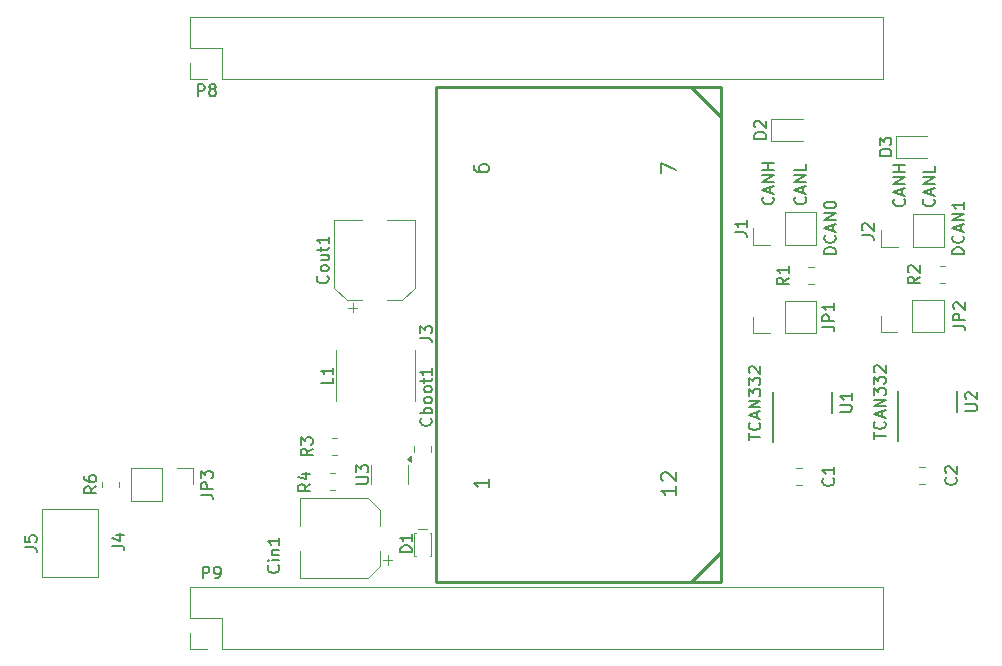
<source format=gbr>
%TF.GenerationSoftware,KiCad,Pcbnew,9.0.4*%
%TF.CreationDate,2026-02-21T19:48:22-06:00*%
%TF.ProjectId,beaglebone_can_cape,62656167-6c65-4626-9f6e-655f63616e5f,rev?*%
%TF.SameCoordinates,PX5f5e100PY5f5e100*%
%TF.FileFunction,Legend,Top*%
%TF.FilePolarity,Positive*%
%FSLAX46Y46*%
G04 Gerber Fmt 4.6, Leading zero omitted, Abs format (unit mm)*
G04 Created by KiCad (PCBNEW 9.0.4) date 2026-02-21 19:48:22*
%MOMM*%
%LPD*%
G01*
G04 APERTURE LIST*
%ADD10C,0.153000*%
%ADD11C,0.120000*%
%ADD12C,0.254000*%
%ADD13C,0.100000*%
%ADD14C,0.200000*%
G04 APERTURE END LIST*
D10*
X81224424Y38650181D02*
X81272044Y38602562D01*
X81272044Y38602562D02*
X81319663Y38459705D01*
X81319663Y38459705D02*
X81319663Y38364467D01*
X81319663Y38364467D02*
X81272044Y38221610D01*
X81272044Y38221610D02*
X81176805Y38126372D01*
X81176805Y38126372D02*
X81081567Y38078753D01*
X81081567Y38078753D02*
X80891091Y38031134D01*
X80891091Y38031134D02*
X80748234Y38031134D01*
X80748234Y38031134D02*
X80557758Y38078753D01*
X80557758Y38078753D02*
X80462520Y38126372D01*
X80462520Y38126372D02*
X80367282Y38221610D01*
X80367282Y38221610D02*
X80319663Y38364467D01*
X80319663Y38364467D02*
X80319663Y38459705D01*
X80319663Y38459705D02*
X80367282Y38602562D01*
X80367282Y38602562D02*
X80414901Y38650181D01*
X81033948Y39031134D02*
X81033948Y39507324D01*
X81319663Y38935896D02*
X80319663Y39269229D01*
X80319663Y39269229D02*
X81319663Y39602562D01*
X81319663Y39935896D02*
X80319663Y39935896D01*
X80319663Y39935896D02*
X81319663Y40507324D01*
X81319663Y40507324D02*
X80319663Y40507324D01*
X81319663Y41459705D02*
X81319663Y40983515D01*
X81319663Y40983515D02*
X80319663Y40983515D01*
X83804663Y33988753D02*
X82804663Y33988753D01*
X82804663Y33988753D02*
X82804663Y34226848D01*
X82804663Y34226848D02*
X82852282Y34369705D01*
X82852282Y34369705D02*
X82947520Y34464943D01*
X82947520Y34464943D02*
X83042758Y34512562D01*
X83042758Y34512562D02*
X83233234Y34560181D01*
X83233234Y34560181D02*
X83376091Y34560181D01*
X83376091Y34560181D02*
X83566567Y34512562D01*
X83566567Y34512562D02*
X83661805Y34464943D01*
X83661805Y34464943D02*
X83757044Y34369705D01*
X83757044Y34369705D02*
X83804663Y34226848D01*
X83804663Y34226848D02*
X83804663Y33988753D01*
X83709424Y35560181D02*
X83757044Y35512562D01*
X83757044Y35512562D02*
X83804663Y35369705D01*
X83804663Y35369705D02*
X83804663Y35274467D01*
X83804663Y35274467D02*
X83757044Y35131610D01*
X83757044Y35131610D02*
X83661805Y35036372D01*
X83661805Y35036372D02*
X83566567Y34988753D01*
X83566567Y34988753D02*
X83376091Y34941134D01*
X83376091Y34941134D02*
X83233234Y34941134D01*
X83233234Y34941134D02*
X83042758Y34988753D01*
X83042758Y34988753D02*
X82947520Y35036372D01*
X82947520Y35036372D02*
X82852282Y35131610D01*
X82852282Y35131610D02*
X82804663Y35274467D01*
X82804663Y35274467D02*
X82804663Y35369705D01*
X82804663Y35369705D02*
X82852282Y35512562D01*
X82852282Y35512562D02*
X82899901Y35560181D01*
X83518948Y35941134D02*
X83518948Y36417324D01*
X83804663Y35845896D02*
X82804663Y36179229D01*
X82804663Y36179229D02*
X83804663Y36512562D01*
X83804663Y36845896D02*
X82804663Y36845896D01*
X82804663Y36845896D02*
X83804663Y37417324D01*
X83804663Y37417324D02*
X82804663Y37417324D01*
X83804663Y38417324D02*
X83804663Y37845896D01*
X83804663Y38131610D02*
X82804663Y38131610D01*
X82804663Y38131610D02*
X82947520Y38036372D01*
X82947520Y38036372D02*
X83042758Y37941134D01*
X83042758Y37941134D02*
X83090377Y37845896D01*
X72959663Y34013755D02*
X71959663Y34013755D01*
X71959663Y34013755D02*
X71959663Y34251850D01*
X71959663Y34251850D02*
X72007282Y34394707D01*
X72007282Y34394707D02*
X72102520Y34489945D01*
X72102520Y34489945D02*
X72197758Y34537564D01*
X72197758Y34537564D02*
X72388234Y34585183D01*
X72388234Y34585183D02*
X72531091Y34585183D01*
X72531091Y34585183D02*
X72721567Y34537564D01*
X72721567Y34537564D02*
X72816805Y34489945D01*
X72816805Y34489945D02*
X72912044Y34394707D01*
X72912044Y34394707D02*
X72959663Y34251850D01*
X72959663Y34251850D02*
X72959663Y34013755D01*
X72864424Y35585183D02*
X72912044Y35537564D01*
X72912044Y35537564D02*
X72959663Y35394707D01*
X72959663Y35394707D02*
X72959663Y35299469D01*
X72959663Y35299469D02*
X72912044Y35156612D01*
X72912044Y35156612D02*
X72816805Y35061374D01*
X72816805Y35061374D02*
X72721567Y35013755D01*
X72721567Y35013755D02*
X72531091Y34966136D01*
X72531091Y34966136D02*
X72388234Y34966136D01*
X72388234Y34966136D02*
X72197758Y35013755D01*
X72197758Y35013755D02*
X72102520Y35061374D01*
X72102520Y35061374D02*
X72007282Y35156612D01*
X72007282Y35156612D02*
X71959663Y35299469D01*
X71959663Y35299469D02*
X71959663Y35394707D01*
X71959663Y35394707D02*
X72007282Y35537564D01*
X72007282Y35537564D02*
X72054901Y35585183D01*
X72673948Y35966136D02*
X72673948Y36442326D01*
X72959663Y35870898D02*
X71959663Y36204231D01*
X71959663Y36204231D02*
X72959663Y36537564D01*
X72959663Y36870898D02*
X71959663Y36870898D01*
X71959663Y36870898D02*
X72959663Y37442326D01*
X72959663Y37442326D02*
X71959663Y37442326D01*
X71959663Y38108993D02*
X71959663Y38204231D01*
X71959663Y38204231D02*
X72007282Y38299469D01*
X72007282Y38299469D02*
X72054901Y38347088D01*
X72054901Y38347088D02*
X72150139Y38394707D01*
X72150139Y38394707D02*
X72340615Y38442326D01*
X72340615Y38442326D02*
X72578710Y38442326D01*
X72578710Y38442326D02*
X72769186Y38394707D01*
X72769186Y38394707D02*
X72864424Y38347088D01*
X72864424Y38347088D02*
X72912044Y38299469D01*
X72912044Y38299469D02*
X72959663Y38204231D01*
X72959663Y38204231D02*
X72959663Y38108993D01*
X72959663Y38108993D02*
X72912044Y38013755D01*
X72912044Y38013755D02*
X72864424Y37966136D01*
X72864424Y37966136D02*
X72769186Y37918517D01*
X72769186Y37918517D02*
X72578710Y37870898D01*
X72578710Y37870898D02*
X72340615Y37870898D01*
X72340615Y37870898D02*
X72150139Y37918517D01*
X72150139Y37918517D02*
X72054901Y37966136D01*
X72054901Y37966136D02*
X72007282Y38013755D01*
X72007282Y38013755D02*
X71959663Y38108993D01*
X67604424Y38825183D02*
X67652044Y38777564D01*
X67652044Y38777564D02*
X67699663Y38634707D01*
X67699663Y38634707D02*
X67699663Y38539469D01*
X67699663Y38539469D02*
X67652044Y38396612D01*
X67652044Y38396612D02*
X67556805Y38301374D01*
X67556805Y38301374D02*
X67461567Y38253755D01*
X67461567Y38253755D02*
X67271091Y38206136D01*
X67271091Y38206136D02*
X67128234Y38206136D01*
X67128234Y38206136D02*
X66937758Y38253755D01*
X66937758Y38253755D02*
X66842520Y38301374D01*
X66842520Y38301374D02*
X66747282Y38396612D01*
X66747282Y38396612D02*
X66699663Y38539469D01*
X66699663Y38539469D02*
X66699663Y38634707D01*
X66699663Y38634707D02*
X66747282Y38777564D01*
X66747282Y38777564D02*
X66794901Y38825183D01*
X67413948Y39206136D02*
X67413948Y39682326D01*
X67699663Y39110898D02*
X66699663Y39444231D01*
X66699663Y39444231D02*
X67699663Y39777564D01*
X67699663Y40110898D02*
X66699663Y40110898D01*
X66699663Y40110898D02*
X67699663Y40682326D01*
X67699663Y40682326D02*
X66699663Y40682326D01*
X67699663Y41158517D02*
X66699663Y41158517D01*
X67175853Y41158517D02*
X67175853Y41729945D01*
X67699663Y41729945D02*
X66699663Y41729945D01*
X78724424Y38650181D02*
X78772044Y38602562D01*
X78772044Y38602562D02*
X78819663Y38459705D01*
X78819663Y38459705D02*
X78819663Y38364467D01*
X78819663Y38364467D02*
X78772044Y38221610D01*
X78772044Y38221610D02*
X78676805Y38126372D01*
X78676805Y38126372D02*
X78581567Y38078753D01*
X78581567Y38078753D02*
X78391091Y38031134D01*
X78391091Y38031134D02*
X78248234Y38031134D01*
X78248234Y38031134D02*
X78057758Y38078753D01*
X78057758Y38078753D02*
X77962520Y38126372D01*
X77962520Y38126372D02*
X77867282Y38221610D01*
X77867282Y38221610D02*
X77819663Y38364467D01*
X77819663Y38364467D02*
X77819663Y38459705D01*
X77819663Y38459705D02*
X77867282Y38602562D01*
X77867282Y38602562D02*
X77914901Y38650181D01*
X78533948Y39031134D02*
X78533948Y39507324D01*
X78819663Y38935896D02*
X77819663Y39269229D01*
X77819663Y39269229D02*
X78819663Y39602562D01*
X78819663Y39935896D02*
X77819663Y39935896D01*
X77819663Y39935896D02*
X78819663Y40507324D01*
X78819663Y40507324D02*
X77819663Y40507324D01*
X78819663Y40983515D02*
X77819663Y40983515D01*
X78295853Y40983515D02*
X78295853Y41554943D01*
X78819663Y41554943D02*
X77819663Y41554943D01*
X70354424Y38825183D02*
X70402044Y38777564D01*
X70402044Y38777564D02*
X70449663Y38634707D01*
X70449663Y38634707D02*
X70449663Y38539469D01*
X70449663Y38539469D02*
X70402044Y38396612D01*
X70402044Y38396612D02*
X70306805Y38301374D01*
X70306805Y38301374D02*
X70211567Y38253755D01*
X70211567Y38253755D02*
X70021091Y38206136D01*
X70021091Y38206136D02*
X69878234Y38206136D01*
X69878234Y38206136D02*
X69687758Y38253755D01*
X69687758Y38253755D02*
X69592520Y38301374D01*
X69592520Y38301374D02*
X69497282Y38396612D01*
X69497282Y38396612D02*
X69449663Y38539469D01*
X69449663Y38539469D02*
X69449663Y38634707D01*
X69449663Y38634707D02*
X69497282Y38777564D01*
X69497282Y38777564D02*
X69544901Y38825183D01*
X70163948Y39206136D02*
X70163948Y39682326D01*
X70449663Y39110898D02*
X69449663Y39444231D01*
X69449663Y39444231D02*
X70449663Y39777564D01*
X70449663Y40110898D02*
X69449663Y40110898D01*
X69449663Y40110898D02*
X70449663Y40682326D01*
X70449663Y40682326D02*
X69449663Y40682326D01*
X70449663Y41634707D02*
X70449663Y41158517D01*
X70449663Y41158517D02*
X69449663Y41158517D01*
X18946905Y47365337D02*
X18946905Y48365337D01*
X18946905Y48365337D02*
X19327857Y48365337D01*
X19327857Y48365337D02*
X19423095Y48317718D01*
X19423095Y48317718D02*
X19470714Y48270099D01*
X19470714Y48270099D02*
X19518333Y48174861D01*
X19518333Y48174861D02*
X19518333Y48032004D01*
X19518333Y48032004D02*
X19470714Y47936766D01*
X19470714Y47936766D02*
X19423095Y47889147D01*
X19423095Y47889147D02*
X19327857Y47841528D01*
X19327857Y47841528D02*
X18946905Y47841528D01*
X20089762Y47936766D02*
X19994524Y47984385D01*
X19994524Y47984385D02*
X19946905Y48032004D01*
X19946905Y48032004D02*
X19899286Y48127242D01*
X19899286Y48127242D02*
X19899286Y48174861D01*
X19899286Y48174861D02*
X19946905Y48270099D01*
X19946905Y48270099D02*
X19994524Y48317718D01*
X19994524Y48317718D02*
X20089762Y48365337D01*
X20089762Y48365337D02*
X20280238Y48365337D01*
X20280238Y48365337D02*
X20375476Y48317718D01*
X20375476Y48317718D02*
X20423095Y48270099D01*
X20423095Y48270099D02*
X20470714Y48174861D01*
X20470714Y48174861D02*
X20470714Y48127242D01*
X20470714Y48127242D02*
X20423095Y48032004D01*
X20423095Y48032004D02*
X20375476Y47984385D01*
X20375476Y47984385D02*
X20280238Y47936766D01*
X20280238Y47936766D02*
X20089762Y47936766D01*
X20089762Y47936766D02*
X19994524Y47889147D01*
X19994524Y47889147D02*
X19946905Y47841528D01*
X19946905Y47841528D02*
X19899286Y47746290D01*
X19899286Y47746290D02*
X19899286Y47555814D01*
X19899286Y47555814D02*
X19946905Y47460576D01*
X19946905Y47460576D02*
X19994524Y47412956D01*
X19994524Y47412956D02*
X20089762Y47365337D01*
X20089762Y47365337D02*
X20280238Y47365337D01*
X20280238Y47365337D02*
X20375476Y47412956D01*
X20375476Y47412956D02*
X20423095Y47460576D01*
X20423095Y47460576D02*
X20470714Y47555814D01*
X20470714Y47555814D02*
X20470714Y47746290D01*
X20470714Y47746290D02*
X20423095Y47841528D01*
X20423095Y47841528D02*
X20375476Y47889147D01*
X20375476Y47889147D02*
X20280238Y47936766D01*
X19336905Y6545337D02*
X19336905Y7545337D01*
X19336905Y7545337D02*
X19717857Y7545337D01*
X19717857Y7545337D02*
X19813095Y7497718D01*
X19813095Y7497718D02*
X19860714Y7450099D01*
X19860714Y7450099D02*
X19908333Y7354861D01*
X19908333Y7354861D02*
X19908333Y7212004D01*
X19908333Y7212004D02*
X19860714Y7116766D01*
X19860714Y7116766D02*
X19813095Y7069147D01*
X19813095Y7069147D02*
X19717857Y7021528D01*
X19717857Y7021528D02*
X19336905Y7021528D01*
X20384524Y6545337D02*
X20575000Y6545337D01*
X20575000Y6545337D02*
X20670238Y6592956D01*
X20670238Y6592956D02*
X20717857Y6640576D01*
X20717857Y6640576D02*
X20813095Y6783433D01*
X20813095Y6783433D02*
X20860714Y6973909D01*
X20860714Y6973909D02*
X20860714Y7354861D01*
X20860714Y7354861D02*
X20813095Y7450099D01*
X20813095Y7450099D02*
X20765476Y7497718D01*
X20765476Y7497718D02*
X20670238Y7545337D01*
X20670238Y7545337D02*
X20479762Y7545337D01*
X20479762Y7545337D02*
X20384524Y7497718D01*
X20384524Y7497718D02*
X20336905Y7450099D01*
X20336905Y7450099D02*
X20289286Y7354861D01*
X20289286Y7354861D02*
X20289286Y7116766D01*
X20289286Y7116766D02*
X20336905Y7021528D01*
X20336905Y7021528D02*
X20384524Y6973909D01*
X20384524Y6973909D02*
X20479762Y6926290D01*
X20479762Y6926290D02*
X20670238Y6926290D01*
X20670238Y6926290D02*
X20765476Y6973909D01*
X20765476Y6973909D02*
X20813095Y7021528D01*
X20813095Y7021528D02*
X20860714Y7116766D01*
X82899663Y27916667D02*
X83613948Y27916667D01*
X83613948Y27916667D02*
X83756805Y27869048D01*
X83756805Y27869048D02*
X83852044Y27773810D01*
X83852044Y27773810D02*
X83899663Y27630953D01*
X83899663Y27630953D02*
X83899663Y27535715D01*
X83899663Y28392858D02*
X82899663Y28392858D01*
X82899663Y28392858D02*
X82899663Y28773810D01*
X82899663Y28773810D02*
X82947282Y28869048D01*
X82947282Y28869048D02*
X82994901Y28916667D01*
X82994901Y28916667D02*
X83090139Y28964286D01*
X83090139Y28964286D02*
X83232996Y28964286D01*
X83232996Y28964286D02*
X83328234Y28916667D01*
X83328234Y28916667D02*
X83375853Y28869048D01*
X83375853Y28869048D02*
X83423472Y28773810D01*
X83423472Y28773810D02*
X83423472Y28392858D01*
X82994901Y29345239D02*
X82947282Y29392858D01*
X82947282Y29392858D02*
X82899663Y29488096D01*
X82899663Y29488096D02*
X82899663Y29726191D01*
X82899663Y29726191D02*
X82947282Y29821429D01*
X82947282Y29821429D02*
X82994901Y29869048D01*
X82994901Y29869048D02*
X83090139Y29916667D01*
X83090139Y29916667D02*
X83185377Y29916667D01*
X83185377Y29916667D02*
X83328234Y29869048D01*
X83328234Y29869048D02*
X83899663Y29297620D01*
X83899663Y29297620D02*
X83899663Y29916667D01*
X28454663Y14533334D02*
X27978472Y14200001D01*
X28454663Y13961906D02*
X27454663Y13961906D01*
X27454663Y13961906D02*
X27454663Y14342858D01*
X27454663Y14342858D02*
X27502282Y14438096D01*
X27502282Y14438096D02*
X27549901Y14485715D01*
X27549901Y14485715D02*
X27645139Y14533334D01*
X27645139Y14533334D02*
X27787996Y14533334D01*
X27787996Y14533334D02*
X27883234Y14485715D01*
X27883234Y14485715D02*
X27930853Y14438096D01*
X27930853Y14438096D02*
X27978472Y14342858D01*
X27978472Y14342858D02*
X27978472Y13961906D01*
X27787996Y15390477D02*
X28454663Y15390477D01*
X27407044Y15152382D02*
X28121329Y14914287D01*
X28121329Y14914287D02*
X28121329Y15533334D01*
X37754663Y26896867D02*
X38468948Y26896867D01*
X38468948Y26896867D02*
X38611805Y26849248D01*
X38611805Y26849248D02*
X38707044Y26754010D01*
X38707044Y26754010D02*
X38754663Y26611153D01*
X38754663Y26611153D02*
X38754663Y26515915D01*
X37754663Y27277820D02*
X37754663Y27896867D01*
X37754663Y27896867D02*
X38135615Y27563534D01*
X38135615Y27563534D02*
X38135615Y27706391D01*
X38135615Y27706391D02*
X38183234Y27801629D01*
X38183234Y27801629D02*
X38230853Y27849248D01*
X38230853Y27849248D02*
X38326091Y27896867D01*
X38326091Y27896867D02*
X38564186Y27896867D01*
X38564186Y27896867D02*
X38659424Y27849248D01*
X38659424Y27849248D02*
X38707044Y27801629D01*
X38707044Y27801629D02*
X38754663Y27706391D01*
X38754663Y27706391D02*
X38754663Y27420677D01*
X38754663Y27420677D02*
X38707044Y27325439D01*
X38707044Y27325439D02*
X38659424Y27277820D01*
X58169195Y40847286D02*
X58169195Y41693953D01*
X58169195Y41693953D02*
X59439195Y41149667D01*
X59439195Y14328477D02*
X59439195Y13602762D01*
X59439195Y13965619D02*
X58169195Y13965619D01*
X58169195Y13965619D02*
X58350623Y13844667D01*
X58350623Y13844667D02*
X58471576Y13723715D01*
X58471576Y13723715D02*
X58532052Y13602762D01*
X58290147Y14812286D02*
X58229671Y14872762D01*
X58229671Y14872762D02*
X58169195Y14993715D01*
X58169195Y14993715D02*
X58169195Y15296096D01*
X58169195Y15296096D02*
X58229671Y15417048D01*
X58229671Y15417048D02*
X58290147Y15477524D01*
X58290147Y15477524D02*
X58411099Y15538001D01*
X58411099Y15538001D02*
X58532052Y15538001D01*
X58532052Y15538001D02*
X58713480Y15477524D01*
X58713480Y15477524D02*
X59439195Y14751810D01*
X59439195Y14751810D02*
X59439195Y15538001D01*
X42294195Y41512524D02*
X42294195Y41270619D01*
X42294195Y41270619D02*
X42354671Y41149667D01*
X42354671Y41149667D02*
X42415147Y41089191D01*
X42415147Y41089191D02*
X42596576Y40968238D01*
X42596576Y40968238D02*
X42838480Y40907762D01*
X42838480Y40907762D02*
X43322290Y40907762D01*
X43322290Y40907762D02*
X43443242Y40968238D01*
X43443242Y40968238D02*
X43503719Y41028715D01*
X43503719Y41028715D02*
X43564195Y41149667D01*
X43564195Y41149667D02*
X43564195Y41391572D01*
X43564195Y41391572D02*
X43503719Y41512524D01*
X43503719Y41512524D02*
X43443242Y41573000D01*
X43443242Y41573000D02*
X43322290Y41633477D01*
X43322290Y41633477D02*
X43019909Y41633477D01*
X43019909Y41633477D02*
X42898957Y41573000D01*
X42898957Y41573000D02*
X42838480Y41512524D01*
X42838480Y41512524D02*
X42778004Y41391572D01*
X42778004Y41391572D02*
X42778004Y41149667D01*
X42778004Y41149667D02*
X42838480Y41028715D01*
X42838480Y41028715D02*
X42898957Y40968238D01*
X42898957Y40968238D02*
X43019909Y40907762D01*
X43564195Y14963477D02*
X43564195Y14237762D01*
X43564195Y14600619D02*
X42294195Y14600619D01*
X42294195Y14600619D02*
X42475623Y14479667D01*
X42475623Y14479667D02*
X42596576Y14358715D01*
X42596576Y14358715D02*
X42657052Y14237762D01*
X37054663Y8761906D02*
X36054663Y8761906D01*
X36054663Y8761906D02*
X36054663Y9000001D01*
X36054663Y9000001D02*
X36102282Y9142858D01*
X36102282Y9142858D02*
X36197520Y9238096D01*
X36197520Y9238096D02*
X36292758Y9285715D01*
X36292758Y9285715D02*
X36483234Y9333334D01*
X36483234Y9333334D02*
X36626091Y9333334D01*
X36626091Y9333334D02*
X36816567Y9285715D01*
X36816567Y9285715D02*
X36911805Y9238096D01*
X36911805Y9238096D02*
X37007044Y9142858D01*
X37007044Y9142858D02*
X37054663Y9000001D01*
X37054663Y9000001D02*
X37054663Y8761906D01*
X37054663Y10285715D02*
X37054663Y9714287D01*
X37054663Y10000001D02*
X36054663Y10000001D01*
X36054663Y10000001D02*
X36197520Y9904763D01*
X36197520Y9904763D02*
X36292758Y9809525D01*
X36292758Y9809525D02*
X36340377Y9714287D01*
X19184663Y13616667D02*
X19898948Y13616667D01*
X19898948Y13616667D02*
X20041805Y13569048D01*
X20041805Y13569048D02*
X20137044Y13473810D01*
X20137044Y13473810D02*
X20184663Y13330953D01*
X20184663Y13330953D02*
X20184663Y13235715D01*
X20184663Y14092858D02*
X19184663Y14092858D01*
X19184663Y14092858D02*
X19184663Y14473810D01*
X19184663Y14473810D02*
X19232282Y14569048D01*
X19232282Y14569048D02*
X19279901Y14616667D01*
X19279901Y14616667D02*
X19375139Y14664286D01*
X19375139Y14664286D02*
X19517996Y14664286D01*
X19517996Y14664286D02*
X19613234Y14616667D01*
X19613234Y14616667D02*
X19660853Y14569048D01*
X19660853Y14569048D02*
X19708472Y14473810D01*
X19708472Y14473810D02*
X19708472Y14092858D01*
X19184663Y14997620D02*
X19184663Y15616667D01*
X19184663Y15616667D02*
X19565615Y15283334D01*
X19565615Y15283334D02*
X19565615Y15426191D01*
X19565615Y15426191D02*
X19613234Y15521429D01*
X19613234Y15521429D02*
X19660853Y15569048D01*
X19660853Y15569048D02*
X19756091Y15616667D01*
X19756091Y15616667D02*
X19994186Y15616667D01*
X19994186Y15616667D02*
X20089424Y15569048D01*
X20089424Y15569048D02*
X20137044Y15521429D01*
X20137044Y15521429D02*
X20184663Y15426191D01*
X20184663Y15426191D02*
X20184663Y15140477D01*
X20184663Y15140477D02*
X20137044Y15045239D01*
X20137044Y15045239D02*
X20089424Y14997620D01*
X64414663Y35841669D02*
X65128948Y35841669D01*
X65128948Y35841669D02*
X65271805Y35794050D01*
X65271805Y35794050D02*
X65367044Y35698812D01*
X65367044Y35698812D02*
X65414663Y35555955D01*
X65414663Y35555955D02*
X65414663Y35460717D01*
X65414663Y36841669D02*
X65414663Y36270241D01*
X65414663Y36555955D02*
X64414663Y36555955D01*
X64414663Y36555955D02*
X64557520Y36460717D01*
X64557520Y36460717D02*
X64652758Y36365479D01*
X64652758Y36365479D02*
X64700377Y36270241D01*
X32354663Y14568096D02*
X33164186Y14568096D01*
X33164186Y14568096D02*
X33259424Y14615715D01*
X33259424Y14615715D02*
X33307044Y14663334D01*
X33307044Y14663334D02*
X33354663Y14758572D01*
X33354663Y14758572D02*
X33354663Y14949048D01*
X33354663Y14949048D02*
X33307044Y15044286D01*
X33307044Y15044286D02*
X33259424Y15091905D01*
X33259424Y15091905D02*
X33164186Y15139524D01*
X33164186Y15139524D02*
X32354663Y15139524D01*
X32354663Y15520477D02*
X32354663Y16139524D01*
X32354663Y16139524D02*
X32735615Y15806191D01*
X32735615Y15806191D02*
X32735615Y15949048D01*
X32735615Y15949048D02*
X32783234Y16044286D01*
X32783234Y16044286D02*
X32830853Y16091905D01*
X32830853Y16091905D02*
X32926091Y16139524D01*
X32926091Y16139524D02*
X33164186Y16139524D01*
X33164186Y16139524D02*
X33259424Y16091905D01*
X33259424Y16091905D02*
X33307044Y16044286D01*
X33307044Y16044286D02*
X33354663Y15949048D01*
X33354663Y15949048D02*
X33354663Y15663334D01*
X33354663Y15663334D02*
X33307044Y15568096D01*
X33307044Y15568096D02*
X33259424Y15520477D01*
X73319663Y20663098D02*
X74129186Y20663098D01*
X74129186Y20663098D02*
X74224424Y20710717D01*
X74224424Y20710717D02*
X74272044Y20758336D01*
X74272044Y20758336D02*
X74319663Y20853574D01*
X74319663Y20853574D02*
X74319663Y21044050D01*
X74319663Y21044050D02*
X74272044Y21139288D01*
X74272044Y21139288D02*
X74224424Y21186907D01*
X74224424Y21186907D02*
X74129186Y21234526D01*
X74129186Y21234526D02*
X73319663Y21234526D01*
X74319663Y22234526D02*
X74319663Y21663098D01*
X74319663Y21948812D02*
X73319663Y21948812D01*
X73319663Y21948812D02*
X73462520Y21853574D01*
X73462520Y21853574D02*
X73557758Y21758336D01*
X73557758Y21758336D02*
X73605377Y21663098D01*
X65569663Y18258336D02*
X65569663Y18829764D01*
X66569663Y18544050D02*
X65569663Y18544050D01*
X66474424Y19734526D02*
X66522044Y19686907D01*
X66522044Y19686907D02*
X66569663Y19544050D01*
X66569663Y19544050D02*
X66569663Y19448812D01*
X66569663Y19448812D02*
X66522044Y19305955D01*
X66522044Y19305955D02*
X66426805Y19210717D01*
X66426805Y19210717D02*
X66331567Y19163098D01*
X66331567Y19163098D02*
X66141091Y19115479D01*
X66141091Y19115479D02*
X65998234Y19115479D01*
X65998234Y19115479D02*
X65807758Y19163098D01*
X65807758Y19163098D02*
X65712520Y19210717D01*
X65712520Y19210717D02*
X65617282Y19305955D01*
X65617282Y19305955D02*
X65569663Y19448812D01*
X65569663Y19448812D02*
X65569663Y19544050D01*
X65569663Y19544050D02*
X65617282Y19686907D01*
X65617282Y19686907D02*
X65664901Y19734526D01*
X66283948Y20115479D02*
X66283948Y20591669D01*
X66569663Y20020241D02*
X65569663Y20353574D01*
X65569663Y20353574D02*
X66569663Y20686907D01*
X66569663Y21020241D02*
X65569663Y21020241D01*
X65569663Y21020241D02*
X66569663Y21591669D01*
X66569663Y21591669D02*
X65569663Y21591669D01*
X65569663Y21972622D02*
X65569663Y22591669D01*
X65569663Y22591669D02*
X65950615Y22258336D01*
X65950615Y22258336D02*
X65950615Y22401193D01*
X65950615Y22401193D02*
X65998234Y22496431D01*
X65998234Y22496431D02*
X66045853Y22544050D01*
X66045853Y22544050D02*
X66141091Y22591669D01*
X66141091Y22591669D02*
X66379186Y22591669D01*
X66379186Y22591669D02*
X66474424Y22544050D01*
X66474424Y22544050D02*
X66522044Y22496431D01*
X66522044Y22496431D02*
X66569663Y22401193D01*
X66569663Y22401193D02*
X66569663Y22115479D01*
X66569663Y22115479D02*
X66522044Y22020241D01*
X66522044Y22020241D02*
X66474424Y21972622D01*
X65569663Y22925003D02*
X65569663Y23544050D01*
X65569663Y23544050D02*
X65950615Y23210717D01*
X65950615Y23210717D02*
X65950615Y23353574D01*
X65950615Y23353574D02*
X65998234Y23448812D01*
X65998234Y23448812D02*
X66045853Y23496431D01*
X66045853Y23496431D02*
X66141091Y23544050D01*
X66141091Y23544050D02*
X66379186Y23544050D01*
X66379186Y23544050D02*
X66474424Y23496431D01*
X66474424Y23496431D02*
X66522044Y23448812D01*
X66522044Y23448812D02*
X66569663Y23353574D01*
X66569663Y23353574D02*
X66569663Y23067860D01*
X66569663Y23067860D02*
X66522044Y22972622D01*
X66522044Y22972622D02*
X66474424Y22925003D01*
X65664901Y23925003D02*
X65617282Y23972622D01*
X65617282Y23972622D02*
X65569663Y24067860D01*
X65569663Y24067860D02*
X65569663Y24305955D01*
X65569663Y24305955D02*
X65617282Y24401193D01*
X65617282Y24401193D02*
X65664901Y24448812D01*
X65664901Y24448812D02*
X65760139Y24496431D01*
X65760139Y24496431D02*
X65855377Y24496431D01*
X65855377Y24496431D02*
X65998234Y24448812D01*
X65998234Y24448812D02*
X66569663Y23877384D01*
X66569663Y23877384D02*
X66569663Y24496431D01*
X67054663Y43771906D02*
X66054663Y43771906D01*
X66054663Y43771906D02*
X66054663Y44010001D01*
X66054663Y44010001D02*
X66102282Y44152858D01*
X66102282Y44152858D02*
X66197520Y44248096D01*
X66197520Y44248096D02*
X66292758Y44295715D01*
X66292758Y44295715D02*
X66483234Y44343334D01*
X66483234Y44343334D02*
X66626091Y44343334D01*
X66626091Y44343334D02*
X66816567Y44295715D01*
X66816567Y44295715D02*
X66911805Y44248096D01*
X66911805Y44248096D02*
X67007044Y44152858D01*
X67007044Y44152858D02*
X67054663Y44010001D01*
X67054663Y44010001D02*
X67054663Y43771906D01*
X66149901Y44724287D02*
X66102282Y44771906D01*
X66102282Y44771906D02*
X66054663Y44867144D01*
X66054663Y44867144D02*
X66054663Y45105239D01*
X66054663Y45105239D02*
X66102282Y45200477D01*
X66102282Y45200477D02*
X66149901Y45248096D01*
X66149901Y45248096D02*
X66245139Y45295715D01*
X66245139Y45295715D02*
X66340377Y45295715D01*
X66340377Y45295715D02*
X66483234Y45248096D01*
X66483234Y45248096D02*
X67054663Y44676668D01*
X67054663Y44676668D02*
X67054663Y45295715D01*
X72724424Y15008336D02*
X72772044Y14960717D01*
X72772044Y14960717D02*
X72819663Y14817860D01*
X72819663Y14817860D02*
X72819663Y14722622D01*
X72819663Y14722622D02*
X72772044Y14579765D01*
X72772044Y14579765D02*
X72676805Y14484527D01*
X72676805Y14484527D02*
X72581567Y14436908D01*
X72581567Y14436908D02*
X72391091Y14389289D01*
X72391091Y14389289D02*
X72248234Y14389289D01*
X72248234Y14389289D02*
X72057758Y14436908D01*
X72057758Y14436908D02*
X71962520Y14484527D01*
X71962520Y14484527D02*
X71867282Y14579765D01*
X71867282Y14579765D02*
X71819663Y14722622D01*
X71819663Y14722622D02*
X71819663Y14817860D01*
X71819663Y14817860D02*
X71867282Y14960717D01*
X71867282Y14960717D02*
X71914901Y15008336D01*
X72819663Y15960717D02*
X72819663Y15389289D01*
X72819663Y15675003D02*
X71819663Y15675003D01*
X71819663Y15675003D02*
X71962520Y15579765D01*
X71962520Y15579765D02*
X72057758Y15484527D01*
X72057758Y15484527D02*
X72105377Y15389289D01*
X38659424Y20090476D02*
X38707044Y20042857D01*
X38707044Y20042857D02*
X38754663Y19900000D01*
X38754663Y19900000D02*
X38754663Y19804762D01*
X38754663Y19804762D02*
X38707044Y19661905D01*
X38707044Y19661905D02*
X38611805Y19566667D01*
X38611805Y19566667D02*
X38516567Y19519048D01*
X38516567Y19519048D02*
X38326091Y19471429D01*
X38326091Y19471429D02*
X38183234Y19471429D01*
X38183234Y19471429D02*
X37992758Y19519048D01*
X37992758Y19519048D02*
X37897520Y19566667D01*
X37897520Y19566667D02*
X37802282Y19661905D01*
X37802282Y19661905D02*
X37754663Y19804762D01*
X37754663Y19804762D02*
X37754663Y19900000D01*
X37754663Y19900000D02*
X37802282Y20042857D01*
X37802282Y20042857D02*
X37849901Y20090476D01*
X38754663Y20519048D02*
X37754663Y20519048D01*
X38135615Y20519048D02*
X38087996Y20614286D01*
X38087996Y20614286D02*
X38087996Y20804762D01*
X38087996Y20804762D02*
X38135615Y20900000D01*
X38135615Y20900000D02*
X38183234Y20947619D01*
X38183234Y20947619D02*
X38278472Y20995238D01*
X38278472Y20995238D02*
X38564186Y20995238D01*
X38564186Y20995238D02*
X38659424Y20947619D01*
X38659424Y20947619D02*
X38707044Y20900000D01*
X38707044Y20900000D02*
X38754663Y20804762D01*
X38754663Y20804762D02*
X38754663Y20614286D01*
X38754663Y20614286D02*
X38707044Y20519048D01*
X38754663Y21566667D02*
X38707044Y21471429D01*
X38707044Y21471429D02*
X38659424Y21423810D01*
X38659424Y21423810D02*
X38564186Y21376191D01*
X38564186Y21376191D02*
X38278472Y21376191D01*
X38278472Y21376191D02*
X38183234Y21423810D01*
X38183234Y21423810D02*
X38135615Y21471429D01*
X38135615Y21471429D02*
X38087996Y21566667D01*
X38087996Y21566667D02*
X38087996Y21709524D01*
X38087996Y21709524D02*
X38135615Y21804762D01*
X38135615Y21804762D02*
X38183234Y21852381D01*
X38183234Y21852381D02*
X38278472Y21900000D01*
X38278472Y21900000D02*
X38564186Y21900000D01*
X38564186Y21900000D02*
X38659424Y21852381D01*
X38659424Y21852381D02*
X38707044Y21804762D01*
X38707044Y21804762D02*
X38754663Y21709524D01*
X38754663Y21709524D02*
X38754663Y21566667D01*
X38754663Y22471429D02*
X38707044Y22376191D01*
X38707044Y22376191D02*
X38659424Y22328572D01*
X38659424Y22328572D02*
X38564186Y22280953D01*
X38564186Y22280953D02*
X38278472Y22280953D01*
X38278472Y22280953D02*
X38183234Y22328572D01*
X38183234Y22328572D02*
X38135615Y22376191D01*
X38135615Y22376191D02*
X38087996Y22471429D01*
X38087996Y22471429D02*
X38087996Y22614286D01*
X38087996Y22614286D02*
X38135615Y22709524D01*
X38135615Y22709524D02*
X38183234Y22757143D01*
X38183234Y22757143D02*
X38278472Y22804762D01*
X38278472Y22804762D02*
X38564186Y22804762D01*
X38564186Y22804762D02*
X38659424Y22757143D01*
X38659424Y22757143D02*
X38707044Y22709524D01*
X38707044Y22709524D02*
X38754663Y22614286D01*
X38754663Y22614286D02*
X38754663Y22471429D01*
X38087996Y23090477D02*
X38087996Y23471429D01*
X37754663Y23233334D02*
X38611805Y23233334D01*
X38611805Y23233334D02*
X38707044Y23280953D01*
X38707044Y23280953D02*
X38754663Y23376191D01*
X38754663Y23376191D02*
X38754663Y23471429D01*
X38754663Y24328572D02*
X38754663Y23757144D01*
X38754663Y24042858D02*
X37754663Y24042858D01*
X37754663Y24042858D02*
X37897520Y23947620D01*
X37897520Y23947620D02*
X37992758Y23852382D01*
X37992758Y23852382D02*
X38040377Y23757144D01*
X75164663Y35591667D02*
X75878948Y35591667D01*
X75878948Y35591667D02*
X76021805Y35544048D01*
X76021805Y35544048D02*
X76117044Y35448810D01*
X76117044Y35448810D02*
X76164663Y35305953D01*
X76164663Y35305953D02*
X76164663Y35210715D01*
X75259901Y36020239D02*
X75212282Y36067858D01*
X75212282Y36067858D02*
X75164663Y36163096D01*
X75164663Y36163096D02*
X75164663Y36401191D01*
X75164663Y36401191D02*
X75212282Y36496429D01*
X75212282Y36496429D02*
X75259901Y36544048D01*
X75259901Y36544048D02*
X75355139Y36591667D01*
X75355139Y36591667D02*
X75450377Y36591667D01*
X75450377Y36591667D02*
X75593234Y36544048D01*
X75593234Y36544048D02*
X76164663Y35972620D01*
X76164663Y35972620D02*
X76164663Y36591667D01*
X29909424Y32142857D02*
X29957044Y32095238D01*
X29957044Y32095238D02*
X30004663Y31952381D01*
X30004663Y31952381D02*
X30004663Y31857143D01*
X30004663Y31857143D02*
X29957044Y31714286D01*
X29957044Y31714286D02*
X29861805Y31619048D01*
X29861805Y31619048D02*
X29766567Y31571429D01*
X29766567Y31571429D02*
X29576091Y31523810D01*
X29576091Y31523810D02*
X29433234Y31523810D01*
X29433234Y31523810D02*
X29242758Y31571429D01*
X29242758Y31571429D02*
X29147520Y31619048D01*
X29147520Y31619048D02*
X29052282Y31714286D01*
X29052282Y31714286D02*
X29004663Y31857143D01*
X29004663Y31857143D02*
X29004663Y31952381D01*
X29004663Y31952381D02*
X29052282Y32095238D01*
X29052282Y32095238D02*
X29099901Y32142857D01*
X30004663Y32714286D02*
X29957044Y32619048D01*
X29957044Y32619048D02*
X29909424Y32571429D01*
X29909424Y32571429D02*
X29814186Y32523810D01*
X29814186Y32523810D02*
X29528472Y32523810D01*
X29528472Y32523810D02*
X29433234Y32571429D01*
X29433234Y32571429D02*
X29385615Y32619048D01*
X29385615Y32619048D02*
X29337996Y32714286D01*
X29337996Y32714286D02*
X29337996Y32857143D01*
X29337996Y32857143D02*
X29385615Y32952381D01*
X29385615Y32952381D02*
X29433234Y33000000D01*
X29433234Y33000000D02*
X29528472Y33047619D01*
X29528472Y33047619D02*
X29814186Y33047619D01*
X29814186Y33047619D02*
X29909424Y33000000D01*
X29909424Y33000000D02*
X29957044Y32952381D01*
X29957044Y32952381D02*
X30004663Y32857143D01*
X30004663Y32857143D02*
X30004663Y32714286D01*
X29337996Y33904762D02*
X30004663Y33904762D01*
X29337996Y33476191D02*
X29861805Y33476191D01*
X29861805Y33476191D02*
X29957044Y33523810D01*
X29957044Y33523810D02*
X30004663Y33619048D01*
X30004663Y33619048D02*
X30004663Y33761905D01*
X30004663Y33761905D02*
X29957044Y33857143D01*
X29957044Y33857143D02*
X29909424Y33904762D01*
X29337996Y34238096D02*
X29337996Y34619048D01*
X29004663Y34380953D02*
X29861805Y34380953D01*
X29861805Y34380953D02*
X29957044Y34428572D01*
X29957044Y34428572D02*
X30004663Y34523810D01*
X30004663Y34523810D02*
X30004663Y34619048D01*
X30004663Y35476191D02*
X30004663Y34904763D01*
X30004663Y35190477D02*
X29004663Y35190477D01*
X29004663Y35190477D02*
X29147520Y35095239D01*
X29147520Y35095239D02*
X29242758Y35000001D01*
X29242758Y35000001D02*
X29290377Y34904763D01*
X4284663Y9186667D02*
X4998948Y9186667D01*
X4998948Y9186667D02*
X5141805Y9139048D01*
X5141805Y9139048D02*
X5237044Y9043810D01*
X5237044Y9043810D02*
X5284663Y8900953D01*
X5284663Y8900953D02*
X5284663Y8805715D01*
X4284663Y10139048D02*
X4284663Y9662858D01*
X4284663Y9662858D02*
X4760853Y9615239D01*
X4760853Y9615239D02*
X4713234Y9662858D01*
X4713234Y9662858D02*
X4665615Y9758096D01*
X4665615Y9758096D02*
X4665615Y9996191D01*
X4665615Y9996191D02*
X4713234Y10091429D01*
X4713234Y10091429D02*
X4760853Y10139048D01*
X4760853Y10139048D02*
X4856091Y10186667D01*
X4856091Y10186667D02*
X5094186Y10186667D01*
X5094186Y10186667D02*
X5189424Y10139048D01*
X5189424Y10139048D02*
X5237044Y10091429D01*
X5237044Y10091429D02*
X5284663Y9996191D01*
X5284663Y9996191D02*
X5284663Y9758096D01*
X5284663Y9758096D02*
X5237044Y9662858D01*
X5237044Y9662858D02*
X5189424Y9615239D01*
X71819663Y27841669D02*
X72533948Y27841669D01*
X72533948Y27841669D02*
X72676805Y27794050D01*
X72676805Y27794050D02*
X72772044Y27698812D01*
X72772044Y27698812D02*
X72819663Y27555955D01*
X72819663Y27555955D02*
X72819663Y27460717D01*
X72819663Y28317860D02*
X71819663Y28317860D01*
X71819663Y28317860D02*
X71819663Y28698812D01*
X71819663Y28698812D02*
X71867282Y28794050D01*
X71867282Y28794050D02*
X71914901Y28841669D01*
X71914901Y28841669D02*
X72010139Y28889288D01*
X72010139Y28889288D02*
X72152996Y28889288D01*
X72152996Y28889288D02*
X72248234Y28841669D01*
X72248234Y28841669D02*
X72295853Y28794050D01*
X72295853Y28794050D02*
X72343472Y28698812D01*
X72343472Y28698812D02*
X72343472Y28317860D01*
X72819663Y29841669D02*
X72819663Y29270241D01*
X72819663Y29555955D02*
X71819663Y29555955D01*
X71819663Y29555955D02*
X71962520Y29460717D01*
X71962520Y29460717D02*
X72057758Y29365479D01*
X72057758Y29365479D02*
X72105377Y29270241D01*
X77664663Y42331906D02*
X76664663Y42331906D01*
X76664663Y42331906D02*
X76664663Y42570001D01*
X76664663Y42570001D02*
X76712282Y42712858D01*
X76712282Y42712858D02*
X76807520Y42808096D01*
X76807520Y42808096D02*
X76902758Y42855715D01*
X76902758Y42855715D02*
X77093234Y42903334D01*
X77093234Y42903334D02*
X77236091Y42903334D01*
X77236091Y42903334D02*
X77426567Y42855715D01*
X77426567Y42855715D02*
X77521805Y42808096D01*
X77521805Y42808096D02*
X77617044Y42712858D01*
X77617044Y42712858D02*
X77664663Y42570001D01*
X77664663Y42570001D02*
X77664663Y42331906D01*
X76664663Y43236668D02*
X76664663Y43855715D01*
X76664663Y43855715D02*
X77045615Y43522382D01*
X77045615Y43522382D02*
X77045615Y43665239D01*
X77045615Y43665239D02*
X77093234Y43760477D01*
X77093234Y43760477D02*
X77140853Y43808096D01*
X77140853Y43808096D02*
X77236091Y43855715D01*
X77236091Y43855715D02*
X77474186Y43855715D01*
X77474186Y43855715D02*
X77569424Y43808096D01*
X77569424Y43808096D02*
X77617044Y43760477D01*
X77617044Y43760477D02*
X77664663Y43665239D01*
X77664663Y43665239D02*
X77664663Y43379525D01*
X77664663Y43379525D02*
X77617044Y43284287D01*
X77617044Y43284287D02*
X77569424Y43236668D01*
X68954663Y32008336D02*
X68478472Y31675003D01*
X68954663Y31436908D02*
X67954663Y31436908D01*
X67954663Y31436908D02*
X67954663Y31817860D01*
X67954663Y31817860D02*
X68002282Y31913098D01*
X68002282Y31913098D02*
X68049901Y31960717D01*
X68049901Y31960717D02*
X68145139Y32008336D01*
X68145139Y32008336D02*
X68287996Y32008336D01*
X68287996Y32008336D02*
X68383234Y31960717D01*
X68383234Y31960717D02*
X68430853Y31913098D01*
X68430853Y31913098D02*
X68478472Y31817860D01*
X68478472Y31817860D02*
X68478472Y31436908D01*
X68954663Y32960717D02*
X68954663Y32389289D01*
X68954663Y32675003D02*
X67954663Y32675003D01*
X67954663Y32675003D02*
X68097520Y32579765D01*
X68097520Y32579765D02*
X68192758Y32484527D01*
X68192758Y32484527D02*
X68240377Y32389289D01*
X10339665Y14323334D02*
X9863474Y13990001D01*
X10339665Y13751906D02*
X9339665Y13751906D01*
X9339665Y13751906D02*
X9339665Y14132858D01*
X9339665Y14132858D02*
X9387284Y14228096D01*
X9387284Y14228096D02*
X9434903Y14275715D01*
X9434903Y14275715D02*
X9530141Y14323334D01*
X9530141Y14323334D02*
X9672998Y14323334D01*
X9672998Y14323334D02*
X9768236Y14275715D01*
X9768236Y14275715D02*
X9815855Y14228096D01*
X9815855Y14228096D02*
X9863474Y14132858D01*
X9863474Y14132858D02*
X9863474Y13751906D01*
X9339665Y15180477D02*
X9339665Y14990001D01*
X9339665Y14990001D02*
X9387284Y14894763D01*
X9387284Y14894763D02*
X9434903Y14847144D01*
X9434903Y14847144D02*
X9577760Y14751906D01*
X9577760Y14751906D02*
X9768236Y14704287D01*
X9768236Y14704287D02*
X10149188Y14704287D01*
X10149188Y14704287D02*
X10244426Y14751906D01*
X10244426Y14751906D02*
X10292046Y14799525D01*
X10292046Y14799525D02*
X10339665Y14894763D01*
X10339665Y14894763D02*
X10339665Y15085239D01*
X10339665Y15085239D02*
X10292046Y15180477D01*
X10292046Y15180477D02*
X10244426Y15228096D01*
X10244426Y15228096D02*
X10149188Y15275715D01*
X10149188Y15275715D02*
X9911093Y15275715D01*
X9911093Y15275715D02*
X9815855Y15228096D01*
X9815855Y15228096D02*
X9768236Y15180477D01*
X9768236Y15180477D02*
X9720617Y15085239D01*
X9720617Y15085239D02*
X9720617Y14894763D01*
X9720617Y14894763D02*
X9768236Y14799525D01*
X9768236Y14799525D02*
X9815855Y14751906D01*
X9815855Y14751906D02*
X9911093Y14704287D01*
X25749424Y7642858D02*
X25797044Y7595239D01*
X25797044Y7595239D02*
X25844663Y7452382D01*
X25844663Y7452382D02*
X25844663Y7357144D01*
X25844663Y7357144D02*
X25797044Y7214287D01*
X25797044Y7214287D02*
X25701805Y7119049D01*
X25701805Y7119049D02*
X25606567Y7071430D01*
X25606567Y7071430D02*
X25416091Y7023811D01*
X25416091Y7023811D02*
X25273234Y7023811D01*
X25273234Y7023811D02*
X25082758Y7071430D01*
X25082758Y7071430D02*
X24987520Y7119049D01*
X24987520Y7119049D02*
X24892282Y7214287D01*
X24892282Y7214287D02*
X24844663Y7357144D01*
X24844663Y7357144D02*
X24844663Y7452382D01*
X24844663Y7452382D02*
X24892282Y7595239D01*
X24892282Y7595239D02*
X24939901Y7642858D01*
X25844663Y8071430D02*
X25177996Y8071430D01*
X24844663Y8071430D02*
X24892282Y8023811D01*
X24892282Y8023811D02*
X24939901Y8071430D01*
X24939901Y8071430D02*
X24892282Y8119049D01*
X24892282Y8119049D02*
X24844663Y8071430D01*
X24844663Y8071430D02*
X24939901Y8071430D01*
X25177996Y8547620D02*
X25844663Y8547620D01*
X25273234Y8547620D02*
X25225615Y8595239D01*
X25225615Y8595239D02*
X25177996Y8690477D01*
X25177996Y8690477D02*
X25177996Y8833334D01*
X25177996Y8833334D02*
X25225615Y8928572D01*
X25225615Y8928572D02*
X25320853Y8976191D01*
X25320853Y8976191D02*
X25844663Y8976191D01*
X25844663Y9976191D02*
X25844663Y9404763D01*
X25844663Y9690477D02*
X24844663Y9690477D01*
X24844663Y9690477D02*
X24987520Y9595239D01*
X24987520Y9595239D02*
X25082758Y9500001D01*
X25082758Y9500001D02*
X25130377Y9404763D01*
X83914663Y20738096D02*
X84724186Y20738096D01*
X84724186Y20738096D02*
X84819424Y20785715D01*
X84819424Y20785715D02*
X84867044Y20833334D01*
X84867044Y20833334D02*
X84914663Y20928572D01*
X84914663Y20928572D02*
X84914663Y21119048D01*
X84914663Y21119048D02*
X84867044Y21214286D01*
X84867044Y21214286D02*
X84819424Y21261905D01*
X84819424Y21261905D02*
X84724186Y21309524D01*
X84724186Y21309524D02*
X83914663Y21309524D01*
X84009901Y21738096D02*
X83962282Y21785715D01*
X83962282Y21785715D02*
X83914663Y21880953D01*
X83914663Y21880953D02*
X83914663Y22119048D01*
X83914663Y22119048D02*
X83962282Y22214286D01*
X83962282Y22214286D02*
X84009901Y22261905D01*
X84009901Y22261905D02*
X84105139Y22309524D01*
X84105139Y22309524D02*
X84200377Y22309524D01*
X84200377Y22309524D02*
X84343234Y22261905D01*
X84343234Y22261905D02*
X84914663Y21690477D01*
X84914663Y21690477D02*
X84914663Y22309524D01*
X76164663Y18333334D02*
X76164663Y18904762D01*
X77164663Y18619048D02*
X76164663Y18619048D01*
X77069424Y19809524D02*
X77117044Y19761905D01*
X77117044Y19761905D02*
X77164663Y19619048D01*
X77164663Y19619048D02*
X77164663Y19523810D01*
X77164663Y19523810D02*
X77117044Y19380953D01*
X77117044Y19380953D02*
X77021805Y19285715D01*
X77021805Y19285715D02*
X76926567Y19238096D01*
X76926567Y19238096D02*
X76736091Y19190477D01*
X76736091Y19190477D02*
X76593234Y19190477D01*
X76593234Y19190477D02*
X76402758Y19238096D01*
X76402758Y19238096D02*
X76307520Y19285715D01*
X76307520Y19285715D02*
X76212282Y19380953D01*
X76212282Y19380953D02*
X76164663Y19523810D01*
X76164663Y19523810D02*
X76164663Y19619048D01*
X76164663Y19619048D02*
X76212282Y19761905D01*
X76212282Y19761905D02*
X76259901Y19809524D01*
X76878948Y20190477D02*
X76878948Y20666667D01*
X77164663Y20095239D02*
X76164663Y20428572D01*
X76164663Y20428572D02*
X77164663Y20761905D01*
X77164663Y21095239D02*
X76164663Y21095239D01*
X76164663Y21095239D02*
X77164663Y21666667D01*
X77164663Y21666667D02*
X76164663Y21666667D01*
X76164663Y22047620D02*
X76164663Y22666667D01*
X76164663Y22666667D02*
X76545615Y22333334D01*
X76545615Y22333334D02*
X76545615Y22476191D01*
X76545615Y22476191D02*
X76593234Y22571429D01*
X76593234Y22571429D02*
X76640853Y22619048D01*
X76640853Y22619048D02*
X76736091Y22666667D01*
X76736091Y22666667D02*
X76974186Y22666667D01*
X76974186Y22666667D02*
X77069424Y22619048D01*
X77069424Y22619048D02*
X77117044Y22571429D01*
X77117044Y22571429D02*
X77164663Y22476191D01*
X77164663Y22476191D02*
X77164663Y22190477D01*
X77164663Y22190477D02*
X77117044Y22095239D01*
X77117044Y22095239D02*
X77069424Y22047620D01*
X76164663Y23000001D02*
X76164663Y23619048D01*
X76164663Y23619048D02*
X76545615Y23285715D01*
X76545615Y23285715D02*
X76545615Y23428572D01*
X76545615Y23428572D02*
X76593234Y23523810D01*
X76593234Y23523810D02*
X76640853Y23571429D01*
X76640853Y23571429D02*
X76736091Y23619048D01*
X76736091Y23619048D02*
X76974186Y23619048D01*
X76974186Y23619048D02*
X77069424Y23571429D01*
X77069424Y23571429D02*
X77117044Y23523810D01*
X77117044Y23523810D02*
X77164663Y23428572D01*
X77164663Y23428572D02*
X77164663Y23142858D01*
X77164663Y23142858D02*
X77117044Y23047620D01*
X77117044Y23047620D02*
X77069424Y23000001D01*
X76259901Y24000001D02*
X76212282Y24047620D01*
X76212282Y24047620D02*
X76164663Y24142858D01*
X76164663Y24142858D02*
X76164663Y24380953D01*
X76164663Y24380953D02*
X76212282Y24476191D01*
X76212282Y24476191D02*
X76259901Y24523810D01*
X76259901Y24523810D02*
X76355139Y24571429D01*
X76355139Y24571429D02*
X76450377Y24571429D01*
X76450377Y24571429D02*
X76593234Y24523810D01*
X76593234Y24523810D02*
X77164663Y23952382D01*
X77164663Y23952382D02*
X77164663Y24571429D01*
X30354663Y23533334D02*
X30354663Y23057144D01*
X30354663Y23057144D02*
X29354663Y23057144D01*
X30354663Y24390477D02*
X30354663Y23819049D01*
X30354663Y24104763D02*
X29354663Y24104763D01*
X29354663Y24104763D02*
X29497520Y24009525D01*
X29497520Y24009525D02*
X29592758Y23914287D01*
X29592758Y23914287D02*
X29640377Y23819049D01*
X83119424Y15083334D02*
X83167044Y15035715D01*
X83167044Y15035715D02*
X83214663Y14892858D01*
X83214663Y14892858D02*
X83214663Y14797620D01*
X83214663Y14797620D02*
X83167044Y14654763D01*
X83167044Y14654763D02*
X83071805Y14559525D01*
X83071805Y14559525D02*
X82976567Y14511906D01*
X82976567Y14511906D02*
X82786091Y14464287D01*
X82786091Y14464287D02*
X82643234Y14464287D01*
X82643234Y14464287D02*
X82452758Y14511906D01*
X82452758Y14511906D02*
X82357520Y14559525D01*
X82357520Y14559525D02*
X82262282Y14654763D01*
X82262282Y14654763D02*
X82214663Y14797620D01*
X82214663Y14797620D02*
X82214663Y14892858D01*
X82214663Y14892858D02*
X82262282Y15035715D01*
X82262282Y15035715D02*
X82309901Y15083334D01*
X82309901Y15464287D02*
X82262282Y15511906D01*
X82262282Y15511906D02*
X82214663Y15607144D01*
X82214663Y15607144D02*
X82214663Y15845239D01*
X82214663Y15845239D02*
X82262282Y15940477D01*
X82262282Y15940477D02*
X82309901Y15988096D01*
X82309901Y15988096D02*
X82405139Y16035715D01*
X82405139Y16035715D02*
X82500377Y16035715D01*
X82500377Y16035715D02*
X82643234Y15988096D01*
X82643234Y15988096D02*
X83214663Y15416668D01*
X83214663Y15416668D02*
X83214663Y16035715D01*
X80054663Y32083334D02*
X79578472Y31750001D01*
X80054663Y31511906D02*
X79054663Y31511906D01*
X79054663Y31511906D02*
X79054663Y31892858D01*
X79054663Y31892858D02*
X79102282Y31988096D01*
X79102282Y31988096D02*
X79149901Y32035715D01*
X79149901Y32035715D02*
X79245139Y32083334D01*
X79245139Y32083334D02*
X79387996Y32083334D01*
X79387996Y32083334D02*
X79483234Y32035715D01*
X79483234Y32035715D02*
X79530853Y31988096D01*
X79530853Y31988096D02*
X79578472Y31892858D01*
X79578472Y31892858D02*
X79578472Y31511906D01*
X79149901Y32464287D02*
X79102282Y32511906D01*
X79102282Y32511906D02*
X79054663Y32607144D01*
X79054663Y32607144D02*
X79054663Y32845239D01*
X79054663Y32845239D02*
X79102282Y32940477D01*
X79102282Y32940477D02*
X79149901Y32988096D01*
X79149901Y32988096D02*
X79245139Y33035715D01*
X79245139Y33035715D02*
X79340377Y33035715D01*
X79340377Y33035715D02*
X79483234Y32988096D01*
X79483234Y32988096D02*
X80054663Y32416668D01*
X80054663Y32416668D02*
X80054663Y33035715D01*
X28654663Y17533334D02*
X28178472Y17200001D01*
X28654663Y16961906D02*
X27654663Y16961906D01*
X27654663Y16961906D02*
X27654663Y17342858D01*
X27654663Y17342858D02*
X27702282Y17438096D01*
X27702282Y17438096D02*
X27749901Y17485715D01*
X27749901Y17485715D02*
X27845139Y17533334D01*
X27845139Y17533334D02*
X27987996Y17533334D01*
X27987996Y17533334D02*
X28083234Y17485715D01*
X28083234Y17485715D02*
X28130853Y17438096D01*
X28130853Y17438096D02*
X28178472Y17342858D01*
X28178472Y17342858D02*
X28178472Y16961906D01*
X27654663Y17866668D02*
X27654663Y18485715D01*
X27654663Y18485715D02*
X28035615Y18152382D01*
X28035615Y18152382D02*
X28035615Y18295239D01*
X28035615Y18295239D02*
X28083234Y18390477D01*
X28083234Y18390477D02*
X28130853Y18438096D01*
X28130853Y18438096D02*
X28226091Y18485715D01*
X28226091Y18485715D02*
X28464186Y18485715D01*
X28464186Y18485715D02*
X28559424Y18438096D01*
X28559424Y18438096D02*
X28607044Y18390477D01*
X28607044Y18390477D02*
X28654663Y18295239D01*
X28654663Y18295239D02*
X28654663Y18009525D01*
X28654663Y18009525D02*
X28607044Y17914287D01*
X28607044Y17914287D02*
X28559424Y17866668D01*
X11694663Y9306667D02*
X12408948Y9306667D01*
X12408948Y9306667D02*
X12551805Y9259048D01*
X12551805Y9259048D02*
X12647044Y9163810D01*
X12647044Y9163810D02*
X12694663Y9020953D01*
X12694663Y9020953D02*
X12694663Y8925715D01*
X12027996Y10211429D02*
X12694663Y10211429D01*
X11647044Y9973334D02*
X12361329Y9735239D01*
X12361329Y9735239D02*
X12361329Y10354286D01*
D11*
%TO.C,P8*%
X18305000Y54085000D02*
X76945000Y54085000D01*
X18305000Y51435000D02*
X18305000Y54085000D01*
X18305000Y48785000D02*
X18305000Y50165000D01*
X19685000Y48785000D02*
X18305000Y48785000D01*
X20955000Y51435000D02*
X18305000Y51435000D01*
X20955000Y48785000D02*
X20955000Y51435000D01*
X20955000Y48785000D02*
X76945000Y48785000D01*
X76945000Y48785000D02*
X76945000Y54085000D01*
%TO.C,P9*%
X18305000Y5825000D02*
X76945000Y5825000D01*
X18305000Y3175000D02*
X18305000Y5825000D01*
X18305000Y525000D02*
X18305000Y1905000D01*
X19685000Y525000D02*
X18305000Y525000D01*
X20955000Y3175000D02*
X18305000Y3175000D01*
X20955000Y525000D02*
X20955000Y3175000D01*
X20955000Y525000D02*
X76945000Y525000D01*
X76945000Y525000D02*
X76945000Y5825000D01*
%TO.C,JP2*%
X76790000Y27370000D02*
X76790000Y28750000D01*
X78170000Y27370000D02*
X76790000Y27370000D01*
X79440000Y30130000D02*
X82090000Y30130000D01*
X79440000Y27370000D02*
X79440000Y30130000D01*
X79440000Y27370000D02*
X82090000Y27370000D01*
X82090000Y27370000D02*
X82090000Y30130000D01*
%TO.C,R4*%
X30567064Y15465000D02*
X30112936Y15465000D01*
X30567064Y13995000D02*
X30112936Y13995000D01*
D12*
%TO.C,J3*%
X39127000Y6275200D02*
X39127000Y48185200D01*
X60717000Y6275200D02*
X63257000Y8815200D01*
X63257000Y48185200D02*
X39127000Y48185200D01*
X63257000Y45645200D02*
X60717000Y48185200D01*
X63257000Y6275200D02*
X39127000Y6275200D01*
X63257000Y6275200D02*
X63257000Y48185200D01*
D13*
%TO.C,D1*%
X37280000Y10412500D02*
X37430000Y10412500D01*
X37280000Y8412500D02*
X37280000Y10412500D01*
X37430000Y8412500D02*
X37280000Y8412500D01*
X37580000Y10737500D02*
X38380000Y10737500D01*
X38555000Y10412500D02*
X38680000Y10412500D01*
X38680000Y10412500D02*
X38680000Y8412500D01*
X38680000Y8412500D02*
X38580000Y8412500D01*
D11*
%TO.C,JP3*%
X13240002Y15870000D02*
X13240002Y13110000D01*
X15890002Y15870000D02*
X13240002Y15870000D01*
X15890002Y15870000D02*
X15890002Y13110000D01*
X15890002Y13110000D02*
X13240002Y13110000D01*
X17160002Y15870000D02*
X18540002Y15870000D01*
X18540002Y15870000D02*
X18540002Y14490000D01*
%TO.C,J1*%
X65960000Y34795002D02*
X65960000Y36175002D01*
X67340000Y34795002D02*
X65960000Y34795002D01*
X68610000Y37555002D02*
X71260000Y37555002D01*
X68610000Y34795002D02*
X68610000Y37555002D01*
X68610000Y34795002D02*
X71260000Y34795002D01*
X71260000Y34795002D02*
X71260000Y37555002D01*
%TO.C,U3*%
X33570000Y15330000D02*
X33570000Y16130000D01*
X33570000Y15330000D02*
X33570000Y14530000D01*
X36690000Y15330000D02*
X36690000Y16130000D01*
X36690000Y15330000D02*
X36690000Y14530000D01*
X36970000Y16390000D02*
X36640000Y16630000D01*
X36970000Y16870000D01*
X36970000Y16390000D01*
G36*
X36970000Y16390000D02*
G01*
X36640000Y16630000D01*
X36970000Y16870000D01*
X36970000Y16390000D01*
G37*
D14*
%TO.C,U1*%
X67615000Y18125001D02*
X67615000Y22325003D01*
X72615000Y20525001D02*
X72615000Y22325003D01*
D11*
%TO.C,D2*%
X67497500Y45470000D02*
X67497500Y43550000D01*
X67497500Y43550000D02*
X70182500Y43550000D01*
X70182500Y45470000D02*
X67497500Y45470000D01*
%TO.C,C1*%
X70126252Y15910002D02*
X69603748Y15910002D01*
X70126252Y14440002D02*
X69603748Y14440002D01*
%TO.C,Cboot1*%
X37235000Y17258748D02*
X37235000Y17781252D01*
X38705000Y17258748D02*
X38705000Y17781252D01*
%TO.C,J2*%
X76805000Y34620000D02*
X76805000Y36000000D01*
X78185000Y34620000D02*
X76805000Y34620000D01*
X79455000Y37380000D02*
X82105000Y37380000D01*
X79455000Y34620000D02*
X79455000Y37380000D01*
X79455000Y34620000D02*
X82105000Y34620000D01*
X82105000Y34620000D02*
X82105000Y37380000D01*
%TO.C,Cout1*%
X30490000Y36910000D02*
X32840000Y36910000D01*
X30490000Y31154437D02*
X30490000Y36910000D01*
X31554437Y30090000D02*
X30490000Y31154437D01*
X31554437Y30090000D02*
X32840000Y30090000D01*
X31658750Y29456250D02*
X32446250Y29456250D01*
X32052500Y29062500D02*
X32052500Y29850000D01*
X36245563Y30090000D02*
X34960000Y30090000D01*
X36245563Y30090000D02*
X37310000Y31154437D01*
X37310000Y36910000D02*
X34960000Y36910000D01*
X37310000Y31154437D02*
X37310000Y36910000D01*
%TO.C,J5*%
D13*
X10450000Y6680000D02*
X5750000Y6680000D01*
X5750000Y12380000D01*
X10450000Y12380000D01*
X10450000Y6680000D01*
D11*
%TO.C,JP1*%
X65960000Y27295002D02*
X65960000Y28675002D01*
X67340000Y27295002D02*
X65960000Y27295002D01*
X68610000Y30055002D02*
X71260000Y30055002D01*
X68610000Y27295002D02*
X68610000Y30055002D01*
X68610000Y27295002D02*
X71260000Y27295002D01*
X71260000Y27295002D02*
X71260000Y30055002D01*
%TO.C,D3*%
X78017500Y44030000D02*
X78017500Y42110000D01*
X78017500Y42110000D02*
X80702500Y42110000D01*
X80702500Y44030000D02*
X78017500Y44030000D01*
%TO.C,R1*%
X70637936Y32910002D02*
X71092064Y32910002D01*
X70637936Y31440002D02*
X71092064Y31440002D01*
%TO.C,R6*%
X10790002Y14717064D02*
X10790002Y14262936D01*
X12260002Y14717064D02*
X12260002Y14262936D01*
%TO.C,Cin1*%
X27550000Y13360000D02*
X27550000Y11010000D01*
X27550000Y6540000D02*
X27550000Y8890000D01*
X33305563Y13360000D02*
X27550000Y13360000D01*
X33305563Y6540000D02*
X27550000Y6540000D01*
X34370000Y12295563D02*
X33305563Y13360000D01*
X34370000Y12295563D02*
X34370000Y11010000D01*
X34370000Y7604437D02*
X33305563Y6540000D01*
X34370000Y7604437D02*
X34370000Y8890000D01*
X35003750Y7708750D02*
X35003750Y8496250D01*
X35397500Y8102500D02*
X34610000Y8102500D01*
D14*
%TO.C,U2*%
X78210000Y18199999D02*
X78210000Y22400001D01*
X83210000Y20599999D02*
X83210000Y22400001D01*
D13*
%TO.C,L1*%
X30675000Y25875000D02*
X30675000Y21525000D01*
X37325000Y25875000D02*
X37325000Y21525000D01*
D11*
%TO.C,C2*%
X80521252Y15985000D02*
X79998748Y15985000D01*
X80521252Y14515000D02*
X79998748Y14515000D01*
%TO.C,R2*%
X81732936Y32985000D02*
X82187064Y32985000D01*
X81732936Y31515000D02*
X82187064Y31515000D01*
%TO.C,R3*%
X30292936Y18455000D02*
X30747064Y18455000D01*
X30292936Y16985000D02*
X30747064Y16985000D01*
%TD*%
M02*

</source>
